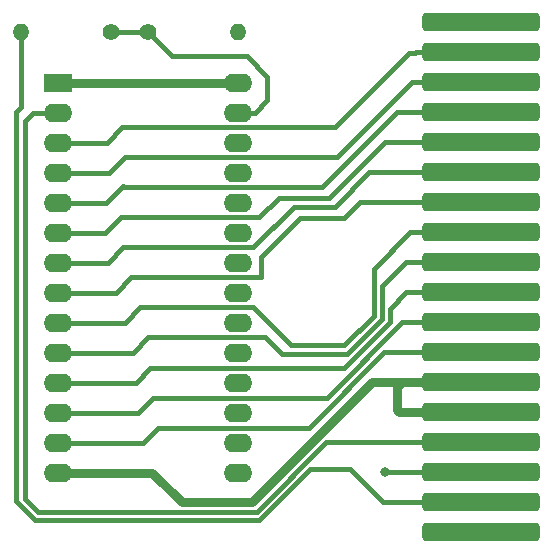
<source format=gbl>
G04 #@! TF.GenerationSoftware,KiCad,Pcbnew,8.0.1*
G04 #@! TF.CreationDate,2024-04-23T01:02:40+02:00*
G04 #@! TF.ProjectId,vectrex_cart_v1.01,76656374-7265-4785-9f63-6172745f7631,V0.1*
G04 #@! TF.SameCoordinates,Original*
G04 #@! TF.FileFunction,Copper,L2,Bot*
G04 #@! TF.FilePolarity,Positive*
%FSLAX46Y46*%
G04 Gerber Fmt 4.6, Leading zero omitted, Abs format (unit mm)*
G04 Created by KiCad (PCBNEW 8.0.1) date 2024-04-23 01:02:40*
%MOMM*%
%LPD*%
G01*
G04 APERTURE LIST*
G04 Aperture macros list*
%AMRoundRect*
0 Rectangle with rounded corners*
0 $1 Rounding radius*
0 $2 $3 $4 $5 $6 $7 $8 $9 X,Y pos of 4 corners*
0 Add a 4 corners polygon primitive as box body*
4,1,4,$2,$3,$4,$5,$6,$7,$8,$9,$2,$3,0*
0 Add four circle primitives for the rounded corners*
1,1,$1+$1,$2,$3*
1,1,$1+$1,$4,$5*
1,1,$1+$1,$6,$7*
1,1,$1+$1,$8,$9*
0 Add four rect primitives between the rounded corners*
20,1,$1+$1,$2,$3,$4,$5,0*
20,1,$1+$1,$4,$5,$6,$7,0*
20,1,$1+$1,$6,$7,$8,$9,0*
20,1,$1+$1,$8,$9,$2,$3,0*%
G04 Aperture macros list end*
G04 #@! TA.AperFunction,ComponentPad*
%ADD10C,1.400000*%
G04 #@! TD*
G04 #@! TA.AperFunction,ComponentPad*
%ADD11O,1.400000X1.400000*%
G04 #@! TD*
G04 #@! TA.AperFunction,ConnectorPad*
%ADD12RoundRect,0.400000X4.600000X-0.400000X4.600000X0.400000X-4.600000X0.400000X-4.600000X-0.400000X0*%
G04 #@! TD*
G04 #@! TA.AperFunction,ComponentPad*
%ADD13R,2.400000X1.600000*%
G04 #@! TD*
G04 #@! TA.AperFunction,ComponentPad*
%ADD14O,2.400000X1.600000*%
G04 #@! TD*
G04 #@! TA.AperFunction,ViaPad*
%ADD15C,0.800000*%
G04 #@! TD*
G04 #@! TA.AperFunction,Conductor*
%ADD16C,0.400000*%
G04 #@! TD*
G04 #@! TA.AperFunction,Conductor*
%ADD17C,0.762000*%
G04 #@! TD*
G04 #@! TA.AperFunction,Conductor*
%ADD18C,0.508000*%
G04 #@! TD*
G04 APERTURE END LIST*
D10*
X99560000Y-47250000D03*
D11*
X91940000Y-47250000D03*
D12*
X130810200Y-46400200D03*
X130810200Y-48940200D03*
X130810200Y-51480200D03*
X130810200Y-54020200D03*
X130810200Y-56560200D03*
X130810200Y-59100200D03*
X130810200Y-61640200D03*
X130810200Y-64180200D03*
X130810200Y-66720200D03*
X130810200Y-69260200D03*
X130810200Y-71800200D03*
X130810200Y-74340200D03*
X130810200Y-76880200D03*
X130810200Y-79420200D03*
X130810200Y-81960200D03*
X130810200Y-84500200D03*
X130810200Y-87040200D03*
X130810200Y-89580200D03*
D10*
X102690000Y-47250000D03*
D11*
X110310000Y-47250000D03*
D13*
X95000000Y-51500000D03*
D14*
X95000000Y-54040000D03*
X95000000Y-56580000D03*
X95000000Y-59120000D03*
X95000000Y-61660000D03*
X95000000Y-64200000D03*
X95000000Y-66740000D03*
X95000000Y-69280000D03*
X95000000Y-71820000D03*
X95000000Y-74360000D03*
X95000000Y-76900000D03*
X95000000Y-79440000D03*
X95000000Y-81980000D03*
X95000000Y-84520000D03*
X110240000Y-84520000D03*
X110240000Y-81980000D03*
X110240000Y-79440000D03*
X110240000Y-76900000D03*
X110240000Y-74360000D03*
X110240000Y-71820000D03*
X110240000Y-69280000D03*
X110240000Y-66740000D03*
X110240000Y-64200000D03*
X110240000Y-61660000D03*
X110240000Y-59120000D03*
X110240000Y-56580000D03*
X110240000Y-54040000D03*
X110240000Y-51500000D03*
D15*
X122750000Y-84500000D03*
D16*
X110240000Y-54040000D02*
X111710000Y-54040000D01*
X111710000Y-54040000D02*
X112750000Y-53000000D01*
X112750000Y-53000000D02*
X112750000Y-51000000D01*
X111000000Y-49250000D02*
X104690000Y-49250000D01*
X112750000Y-51000000D02*
X111000000Y-49250000D01*
X104690000Y-49250000D02*
X102690000Y-47250000D01*
X91500000Y-54000000D02*
X91500000Y-86919238D01*
X91500000Y-54000000D02*
X91940000Y-53560000D01*
X91940000Y-53560000D02*
X91940000Y-47250000D01*
X91500000Y-86919238D02*
X93080762Y-88500000D01*
X112094450Y-88500000D02*
X116344450Y-84250000D01*
X93080762Y-88500000D02*
X112094450Y-88500000D01*
X116344450Y-84250000D02*
X119750000Y-84250000D01*
X119750000Y-84250000D02*
X122540200Y-87040200D01*
X122540200Y-87040200D02*
X126810200Y-87040200D01*
X92960000Y-54040000D02*
X92250000Y-54750000D01*
X111844212Y-87831000D02*
X117715012Y-81960200D01*
X117715012Y-81960200D02*
X126810200Y-81960200D01*
X92250000Y-54750000D02*
X92250000Y-86750000D01*
X92250000Y-86750000D02*
X93331000Y-87831000D01*
X95000000Y-54040000D02*
X92960000Y-54040000D01*
X93331000Y-87831000D02*
X111844212Y-87831000D01*
D17*
X124119800Y-76880200D02*
X121619800Y-76880200D01*
X121619800Y-76880200D02*
X111500000Y-87000000D01*
X111500000Y-87000000D02*
X105500000Y-87000000D01*
X103020000Y-84520000D02*
X95000000Y-84520000D01*
X105500000Y-87000000D02*
X103020000Y-84520000D01*
X126810200Y-79420200D02*
X123920200Y-79420200D01*
X123920200Y-79420200D02*
X123750000Y-79250000D01*
X123750000Y-79250000D02*
X123750000Y-77250000D01*
X123750000Y-77250000D02*
X124119800Y-76880200D01*
X124119800Y-76880200D02*
X126810200Y-76880200D01*
X95000000Y-51500000D02*
X110240000Y-51500000D01*
D16*
X126810200Y-84500200D02*
X122750200Y-84500200D01*
X122750200Y-84500200D02*
X122750000Y-84500000D01*
X95000000Y-69280000D02*
X99970000Y-69280000D01*
X99970000Y-69280000D02*
X101250000Y-68000000D01*
X101250000Y-68000000D02*
X112250000Y-68000000D01*
X115500000Y-63000000D02*
X119250000Y-63000000D01*
X112250000Y-68000000D02*
X112250000Y-66250000D01*
X112250000Y-66250000D02*
X115500000Y-63000000D01*
X120609800Y-61640200D02*
X126810200Y-61640200D01*
X119250000Y-63000000D02*
X120609800Y-61640200D01*
X95000000Y-66740000D02*
X99260000Y-66740000D01*
X99260000Y-66740000D02*
X100550000Y-65450000D01*
X100550000Y-65450000D02*
X111550000Y-65450000D01*
X111550000Y-65450000D02*
X115000000Y-62000000D01*
X118500000Y-62000000D02*
X121399800Y-59100200D01*
X115000000Y-62000000D02*
X118500000Y-62000000D01*
X121399800Y-59100200D02*
X126810200Y-59100200D01*
X95000000Y-64200000D02*
X99050000Y-64200000D01*
X99050000Y-64200000D02*
X100340000Y-62910000D01*
X113750000Y-61250000D02*
X118000000Y-61250000D01*
X100340000Y-62910000D02*
X112090000Y-62910000D01*
X112090000Y-62910000D02*
X113750000Y-61250000D01*
X118000000Y-61250000D02*
X122689800Y-56560200D01*
X122689800Y-56560200D02*
X126810200Y-56560200D01*
X95000000Y-61660000D02*
X99090000Y-61660000D01*
X99090000Y-61660000D02*
X100500000Y-60250000D01*
X100500000Y-60250000D02*
X100620000Y-60370000D01*
X100620000Y-60370000D02*
X117380000Y-60370000D01*
X117380000Y-60370000D02*
X123729800Y-54020200D01*
X123729800Y-54020200D02*
X126810200Y-54020200D01*
X95000000Y-56580000D02*
X99170000Y-56580000D01*
X99170000Y-56580000D02*
X100460000Y-55290000D01*
X100460000Y-55290000D02*
X118460000Y-55290000D01*
X125250000Y-49000000D02*
X125309800Y-48940200D01*
X118460000Y-55290000D02*
X124750000Y-49000000D01*
X124750000Y-49000000D02*
X125250000Y-49000000D01*
X125309800Y-48940200D02*
X126810200Y-48940200D01*
X95000000Y-59120000D02*
X99380000Y-59120000D01*
X99380000Y-59120000D02*
X100670000Y-57830000D01*
X100670000Y-57830000D02*
X118670000Y-57830000D01*
X118670000Y-57830000D02*
X125019800Y-51480200D01*
X125019800Y-51480200D02*
X126810200Y-51480200D01*
X119250000Y-73750000D02*
X114750000Y-73750000D01*
X124819800Y-64180200D02*
X121750000Y-67250000D01*
X121750000Y-67250000D02*
X121750000Y-71250000D01*
X121750000Y-71250000D02*
X119250000Y-73750000D01*
X126810200Y-64180200D02*
X124819800Y-64180200D01*
X114750000Y-73750000D02*
X111530000Y-70530000D01*
X111530000Y-70530000D02*
X101970000Y-70530000D01*
X101970000Y-70530000D02*
X100680000Y-71820000D01*
X100680000Y-71820000D02*
X95000000Y-71820000D01*
X99560000Y-47250000D02*
X102690000Y-47250000D01*
X95000000Y-81980000D02*
X102270000Y-81980000D01*
X102270000Y-81980000D02*
X103520000Y-80730000D01*
X103520000Y-80730000D02*
X116270000Y-80730000D01*
X116270000Y-80730000D02*
X122659800Y-74340200D01*
X122659800Y-74340200D02*
X126810200Y-74340200D01*
X95000000Y-79440000D02*
X101810000Y-79440000D01*
X101810000Y-79440000D02*
X103060000Y-78190000D01*
X103060000Y-78190000D02*
X117810000Y-78190000D01*
X117810000Y-78190000D02*
X124199800Y-71800200D01*
X124199800Y-71800200D02*
X126810200Y-71800200D01*
X95000000Y-76900000D02*
X101600000Y-76900000D01*
X123150000Y-70650000D02*
X124539800Y-69260200D01*
X101600000Y-76900000D02*
X102850000Y-75650000D01*
X102850000Y-75650000D02*
X119269238Y-75650000D01*
X119269238Y-75650000D02*
X123150000Y-71769239D01*
X123150000Y-71769239D02*
X123150000Y-70650000D01*
X124539800Y-69260200D02*
X126810200Y-69260200D01*
X95000000Y-74360000D02*
X101390000Y-74360000D01*
X101390000Y-74360000D02*
X102680000Y-73070000D01*
X112570000Y-73070000D02*
X114000000Y-74500000D01*
X119500000Y-74500000D02*
X122500000Y-71500000D01*
X102680000Y-73070000D02*
X112570000Y-73070000D01*
X114000000Y-74500000D02*
X119500000Y-74500000D01*
X124529800Y-66720200D02*
X126810200Y-66720200D01*
X122500000Y-71500000D02*
X122500000Y-68750000D01*
X122500000Y-68750000D02*
X124529800Y-66720200D01*
D18*
X126770400Y-82000000D02*
X126810200Y-81960200D01*
M02*

</source>
